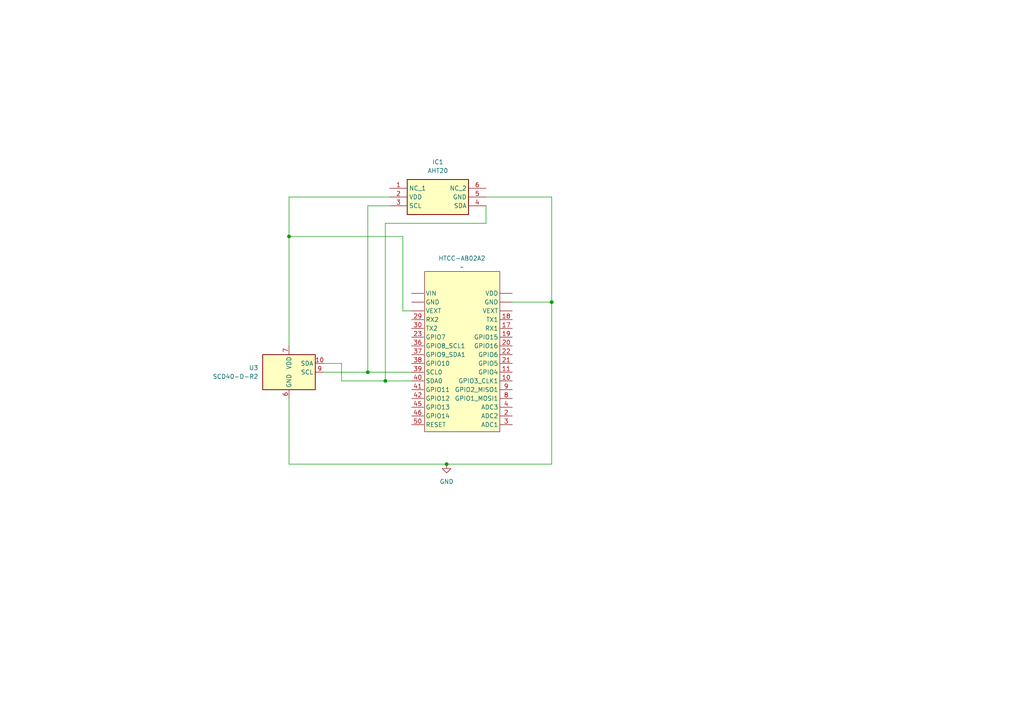
<source format=kicad_sch>
(kicad_sch (version 20231120) (generator "eeschema") (generator_version "8.0")
  (paper "A4")
  (title_block (title "Indoor satellite \"Europe\""))
  (lib_symbols
    (symbol "AHT20-breakout:AHT20"
      (property "Reference" "IC" (at 24.13 7.62 0))
      (property "Value" "AHT20" (at 24.13 5.08 0))
      (symbol "AHT20_1_1"
        (rectangle (start 5.08 2.54) (end 22.86 -7.62) (stroke (width 0.254)) (fill (type background)))
        (pin passive line (at 0 0 0) (length 5.08) (name "NC_1") (number "1"))
        (pin passive line (at 0 -2.54 0) (length 5.08) (name "VDD") (number "2"))
        (pin passive line (at 0 -5.08 0) (length 5.08) (name "SCL") (number "3"))
        (pin passive line (at 27.94 -5.08 180) (length 5.08) (name "SDA") (number "4"))
        (pin passive line (at 27.94 -2.54 180) (length 5.08) (name "GND") (number "5"))
        (pin passive line (at 27.94 0 180) (length 5.08) (name "NC_2") (number "6"))
      )
    )
    (symbol "Sensor_Gas:SCD40-D-R2"
      (property "Reference" "U" (at -7.62 6.35 0))
      (property "Value" "SCD40-D-R2" (at 6.985 6.35 0))
      (symbol "SCD40-D-R2_0_1"
        (rectangle (start 7.62 5.08) (end -7.62 -5.08) (stroke (width 0.254)) (fill (type background)))
      )
      (symbol "SCD40-D-R2_1_1"
        (pin bidirectional line (at 10.16 2.54 180) (length 2.54) (name "SDA") (number "10"))
        (pin passive line (at 0 7.62 270) (length 2.54) hide (name "VDD") (number "19"))
        (pin passive line (at 0 -7.62 90) (length 2.54) hide (name "GND") (number "20"))
        (pin passive line (at 0 -7.62 90) (length 2.54) hide (name "GND") (number "21"))
        (pin power_in line (at 0 -7.62 90) (length 2.54) (name "GND") (number "6"))
        (pin power_in line (at 0 7.62 270) (length 2.54) (name "VDD") (number "7"))
        (pin input line (at 10.16 0 180) (length 2.54) (name "SCL") (number "9"))
      )
    )
    (symbol "meteostation_lib:HTCC-AB02"
      (property "Reference" "HTCC-AB02A" (at 0 0 0))
      (symbol "HTCC-AB02_1_1"
        (rectangle (start -8.89 -2.54) (end 12.91 -49.04) (fill (type background)))
        (pin unspecified line (at -12.7 -11.43 0) (length 3.54) (name "GND") (number ""))
        (pin unspecified line (at 16.51 -11.43 180) (length 3.54) (name "GND") (number ""))
        (pin unspecified line (at 16.51 -8.89 180) (length 3.54) (name "VDD") (number ""))
        (pin unspecified line (at -12.7 -13.97 0) (length 3.54) (name "VEXT") (number ""))
        (pin unspecified line (at 16.51 -13.97 180) (length 3.54) (name "VEXT") (number ""))
        (pin power_in line (at -12.7 -8.89 0) (length 3.54) (name "VIN") (number ""))
        (pin unspecified line (at 16.51 -34.29 180) (length 3.54) (name "GPIO3_CLK1") (number "10"))
        (pin unspecified line (at 16.51 -31.75 180) (length 3.54) (name "GPIO4") (number "11"))
        (pin unspecified line (at 16.51 -19.05 180) (length 3.54) (name "RX1") (number "17"))
        (pin unspecified line (at 16.51 -16.51 180) (length 3.54) (name "TX1") (number "18"))
        (pin unspecified line (at 16.51 -21.59 180) (length 3.54) (name "GPIO15") (number "19"))
        (pin unspecified line (at 16.51 -44.45 180) (length 3.54) (name "ADC2") (number "2"))
        (pin unspecified line (at 16.51 -24.13 180) (length 3.54) (name "GPIO16") (number "20"))
        (pin unspecified line (at 16.51 -29.21 180) (length 3.54) (name "GPIO5") (number "21"))
        (pin unspecified line (at 16.51 -26.67 180) (length 3.54) (name "GPIO6") (number "22"))
        (pin bidirectional line (at -12.7 -21.59 0) (length 3.54) (name "GPIO7") (number "23"))
        (pin bidirectional line (at -12.7 -16.51 0) (length 3.54) (name "RX2") (number "29"))
        (pin unspecified line (at 16.51 -46.99 180) (length 3.54) (name "ADC1") (number "3"))
        (pin unspecified line (at -12.7 -19.05 0) (length 3.54) (name "TX2") (number "30"))
        (pin unspecified line (at -12.7 -24.13 0) (length 3.54) (name "GPIO8_SCL1") (number "36"))
        (pin unspecified line (at -12.7 -26.67 0) (length 3.54) (name "GPIO9_SDA1") (number "37"))
        (pin unspecified line (at -12.7 -29.21 0) (length 3.54) (name "GPIO10") (number "38"))
        (pin unspecified line (at -12.7 -31.75 0) (length 3.54) (name "SCL0") (number "39"))
        (pin unspecified line (at 16.51 -41.91 180) (length 3.54) (name "ADC3") (number "4"))
        (pin unspecified line (at -12.7 -34.29 0) (length 3.54) (name "SDA0") (number "40"))
        (pin unspecified line (at -12.7 -36.83 0) (length 3.54) (name "GPIO11") (number "41"))
        (pin unspecified line (at -12.7 -39.37 0) (length 3.54) (name "GPIO12") (number "42"))
        (pin unspecified line (at -12.7 -41.91 0) (length 3.54) (name "GPIO13") (number "45"))
        (pin unspecified line (at -12.7 -44.45 0) (length 3.54) (name "GPIO14") (number "46"))
        (pin unspecified line (at -12.7 -46.99 0) (length 3.54) (name "RESET") (number "50"))
        (pin unspecified line (at 16.51 -39.37 180) (length 3.54) (name "GPIO1_MOSI1") (number "8"))
        (pin unspecified line (at 16.51 -36.83 180) (length 3.54) (name "GPIO2_MISO1") (number "9"))
      )
    )
    (symbol "power:GND" (power) (pin_numbers hide) (pin_names (offset 0) hide)
      (property "Value" "GND" (at 0 -3.81 0))
      (symbol "GND_0_1"
        (polyline (pts (xy 0 0) (xy 0 -1.27) (xy 1.27 -1.27) (xy 0 -2.54) (xy -1.27 -1.27) (xy 0 -1.27)))
      )
      (symbol "GND_1_1"
        (pin power_in line (at 0 0 270) (length 0) (name "~") (number "1"))
      )
    )
  )
  (junction (at 106.68 107.95))
  (junction (at 83.82 68.58))
  (junction (at 111.76 110.49))
  (junction (at 129.54 134.62))
  (junction (at 160.02 87.63))
  (wire (pts (xy 83.82 68.58) (xy 83.82 100.33)))
  (wire (pts (xy 106.68 59.69) (xy 106.68 107.95)))
  (wire (pts (xy 93.98 105.41) (xy 99.06 105.41)))
  (wire (pts (xy 93.98 107.95) (xy 106.68 107.95)))
  (wire (pts (xy 111.76 110.49) (xy 119.38 110.49)))
  (wire (pts (xy 83.82 68.58) (xy 116.84 68.58)))
  (wire (pts (xy 140.97 64.77) (xy 111.76 64.77)))
  (wire (pts (xy 111.76 64.77) (xy 111.76 110.49)))
  (wire (pts (xy 106.68 59.69) (xy 113.03 59.69)))
  (wire (pts (xy 83.82 57.15) (xy 113.03 57.15)))
  (wire (pts (xy 83.82 115.57) (xy 83.82 134.62)))
  (wire (pts (xy 83.82 57.15) (xy 83.82 68.58)))
  (wire (pts (xy 160.02 87.63) (xy 160.02 134.62)))
  (wire (pts (xy 160.02 134.62) (xy 129.54 134.62)))
  (wire (pts (xy 140.97 57.15) (xy 160.02 57.15)))
  (wire (pts (xy 160.02 57.15) (xy 160.02 87.63)))
  (wire (pts (xy 119.38 90.17) (xy 116.84 90.17)))
  (wire (pts (xy 148.59 87.63) (xy 160.02 87.63)))
  (wire (pts (xy 83.82 134.62) (xy 129.54 134.62)))
  (wire (pts (xy 140.97 59.69) (xy 140.97 64.77)))
  (wire (pts (xy 106.68 107.95) (xy 119.38 107.95)))
  (wire (pts (xy 99.06 105.41) (xy 99.06 110.49)))
  (wire (pts (xy 99.06 110.49) (xy 111.76 110.49)))
  (wire (pts (xy 116.84 90.17) (xy 116.84 68.58)))
  (symbol (lib_id "meteostation_lib:HTCC-AB02") (at 132.08 76.2 0) (unit 1)
    (property "Reference" "HTCC-AB02A2" (at 133.985 74.93 0))
    (property "Value" "~" (at 133.985 77.47 0))
  )
  (symbol (lib_id "power:GND") (at 129.54 134.62 0) (unit 1)
    (property "Reference" "#PWR02" (effects (hide yes)))
    (property "Value" "GND" (at 129.54 139.7 0))
    (property "Description" "Power symbol creates a global label with name \"GND\" , ground" (effects (hide yes)))
  )
  (symbol (lib_id "Sensor_Gas:SCD40-D-R2") (at 83.82 107.95 0) (unit 1)
    (property "Reference" "U3" (at 74.93 106.6799 0) (effects (justify right)))
    (property "Value" "SCD40-D-R2" (at 74.93 109.2199 0) (effects (justify right)))
    (property "Footprint" "Sensor:Sensirion_SCD4x-1EP_10.1x10.1mm_P1.25mm_EP4.8x4.8mm" (effects (hide yes)))
    (property "Datasheet" "https://sensirion.com/media/documents/E0F04247/631EF271/CD_DS_SCD40_SCD41_Datasheet_D1.pdf" (effects (hide yes)))
    (property "Description" "Photoacoustic CO2 sensor, 40 000 ppm, I2C, 2.4-5.5 V, Base accuracy  400 - 2000 ppm" (effects (hide yes)))
  )
  (symbol (lib_id "AHT20-breakout:AHT20") (at 113.03 54.61 0) (unit 1)
    (property "Reference" "IC1" (at 127 46.99 0))
    (property "Value" "AHT20" (at 127 49.53 0))
    (property "Footprint" "AHT20" (effects (hide yes)))
    (property "Datasheet" "https://cdn-learn.adafruit.com/assets/assets/000/091/676/original/AHT20-datasheet-2020-4-16.pdf?1591047915" (effects (hide yes)))
    (property "Description" "Adafruit AHT20 - Temperature & Humidity Sensor Breakout Board - STEMMA QT / Qwiic" (effects (hide yes)))
    (property "Height" "1.1" (effects (hide yes)))
    (property "Manufacturer_Name" "Adafruit" (effects (hide yes)))
    (property "Manufacturer_Part_Number" "AHT20" (effects (hide yes)))
  )
)
</source>
